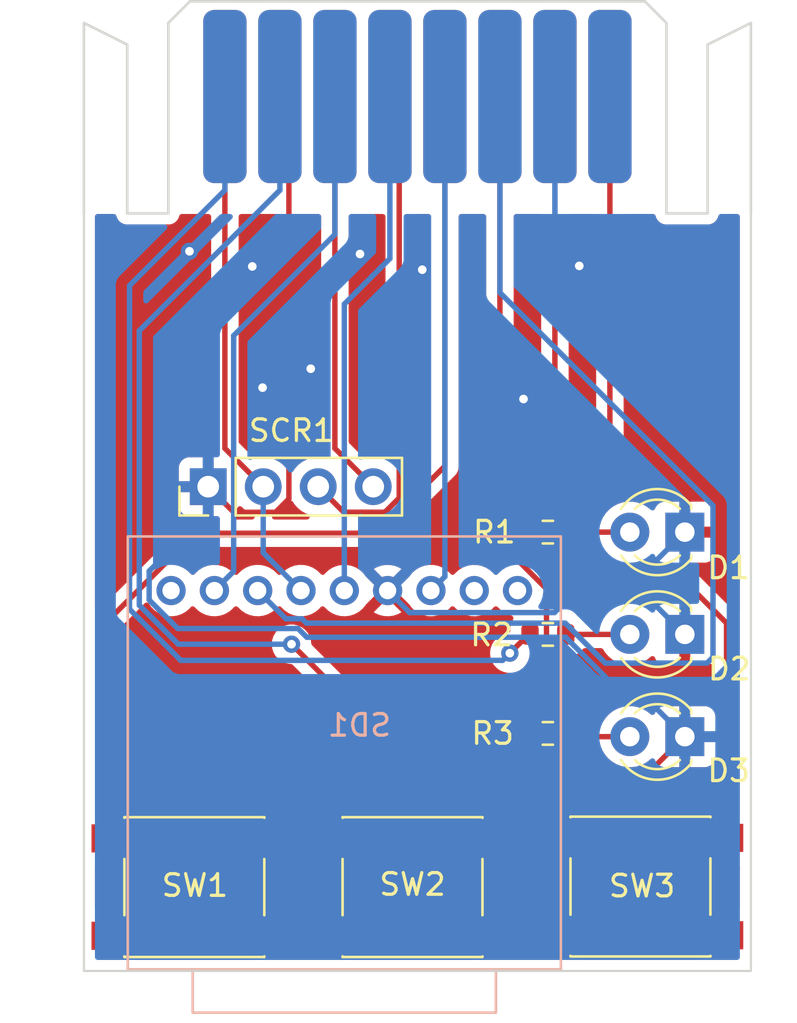
<source format=kicad_pcb>
(kicad_pcb (version 20211014) (generator pcbnew)
  (layers (0 "F.Cu" signal) (31 "B.Cu" signal) (34 "B.Paste" user) (35 "F.Paste" user) (36 "B.SilkS" user "B.Silkscreen") (37 "F.SilkS" user "F.Silkscreen") (38 "B.Mask" user) (39 "F.Mask" user) (44 "Edge.Cuts" user))
  (net 0 "")
  (net 1 "Net-(D1-Pad2)")
  (net 2 "GND")
  (net 3 "Net-(D2-Pad2)")
  (net 4 "Net-(D3-Pad2)")
  (net 5 "+3V3")
  (net 6 "/UI_LD_READ")
  (net 7 "/UI_LD_WRITE")
  (net 8 "/UI_SCR_SDA")
  (net 9 "/UI_SD_CS")
  (net 10 "/UI_SCR_SCL")
  (net 11 "/UI_SD_SCK")
  (net 12 "/UI_BTN_BACK")
  (net 13 "/UI_SD_MISO")
  (net 14 "/UI_BTN_NEXT")
  (net 15 "/UI_SD_MOSI")
  (net 16 "/UI_BTN_SELECT")
  (net 17 "/UI_LD_SELECT")
  (footprint "LED_THT:LED_D3.0mm" (layer "F.Cu") (at 155.075 88.1 180)
    (fp_text reference "D1" (at -2.025 -1.65) (layer "F.SilkS"))
    (fp_text value "LED")
    (fp_line (start -0.29 1.08) (end -0.29 1.236) (layer "F.SilkS") (width 0.12))
    (fp_line (start -0.29 -1.236) (end -0.29 -1.08) (layer "F.SilkS") (width 0.12))
    (fp_arc (start 2.942335 1.078608) (mid 1.366487 1.987659) (end -0.29 1.235516) (layer "F.SilkS") (width 0.12))
    (fp_arc (start 2.31113 1.079837) (mid 1.270117 1.5) (end 0.229039 1.08) (layer "F.SilkS") (width 0.12))
    (fp_arc (start 0.229039 -1.08) (mid 1.270117 -1.5) (end 2.31113 -1.079837) (layer "F.SilkS") (width 0.12))
    (fp_arc (start -0.29 -1.235516) (mid 1.366487 -1.987659) (end 2.942335 -1.078608) (layer "F.SilkS") (width 0.12))
    (pad "1" thru_hole rect (at 0 0 180) (size 1.8 1.8) (drill 0.9) (layers *.Cu *.Mask) (net 2 "GND"))
    (pad "2" thru_hole circle (at 2.54 0 180) (size 1.8 1.8) (drill 0.9) (layers *.Cu *.Mask) (net 1 "Net-(D1-Pad2)"))
  )
  (footprint "Resistor_SMD:R_0603_1608Metric" (layer "F.Cu") (at 148.75 92.825)
    (fp_text reference "R2" (at -2.6 0.025) (layer "F.SilkS"))
    (fp_text value "1K")
    (fp_line (start -0.237258 0.5225) (end 0.237258 0.5225) (layer "F.SilkS") (width 0.12))
    (fp_line (start -0.237258 -0.5225) (end 0.237258 -0.5225) (layer "F.SilkS") (width 0.12))
    (pad "1" smd roundrect (at -0.825 0) (size 0.8 0.95) (layers "F.Cu" "F.Paste" "F.Mask") (net 6 "/UI_LD_READ"))
    (pad "2" smd roundrect (at 0.825 0) (size 0.8 0.95) (layers "F.Cu" "F.Paste" "F.Mask") (net 3 "Net-(D2-Pad2)"))
  )
  (footprint "CartridgeComponents:Edge" (layer "F.Cu") (at 142.725 67.975)
    (fp_text reference "J1" hide)
    (fp_text value "Conn_02x08_Odd_Even" hide)
    (fp_line (start -10.5 -4.4) (end -11.5 -3.4) (layer "Edge.Cuts") (width 0.12))
    (fp_line (start -11.5 5.4) (end -13.4 5.4) (layer "Edge.Cuts") (width 0.12))
    (fp_line (start -15.4 -3.4) (end -13.4 -2.4) (layer "Edge.Cuts") (width 0.12))
    (fp_line (start -15.4 5.4) (end -15.4 -3.4) (layer "Edge.Cuts") (width 0.12))
    (fp_line (start 11.5 -3.4) (end 11.5 5.4) (layer "Edge.Cuts") (width 0.12))
    (fp_line (start -10.5 -4.4) (end 10.5 -4.4) (layer "Edge.Cuts") (width 0.12))
    (fp_line (start 10.5 -4.4) (end 11.5 -3.4) (layer "Edge.Cuts") (width 0.12))
    (fp_line (start 11.5 5.4) (end 13.4 5.4) (layer "Edge.Cuts") (width 0.12))
    (fp_line (start -11.5 -3.4) (end -11.5 5.4) (layer "Edge.Cuts") (width 0.12))
    (fp_line (start 13.4 5.4) (end 13.4 -2.4) (layer "Edge.Cuts") (width 0.12))
    (fp_line (start -13.4 5.4) (end -13.4 -2.4) (layer "Edge.Cuts") (width 0.12))
    (fp_line (start 13.4 -2.4) (end 15.4 -3.4) (layer "Edge.Cuts") (width 0.12))
    (fp_line (start 15.4 5.4) (end 15.4 -3.4) (layer "Edge.Cuts") (width 0.12))
    (pad "1" smd roundrect (at -8.89 0) (size 2 8) (layers "F.Cu" "F.Paste" "F.Mask") (net 5 "+3V3"))
    (pad "2" smd roundrect (at -8.89 0) (size 2 8) (layers "B.Cu" "B.Paste" "B.Mask") (net 6 "/UI_LD_READ"))
    (pad "3" smd roundrect (at -6.35 0) (size 2 8) (layers "F.Cu" "F.Paste" "F.Mask") (net 2 "GND"))
    (pad "4" smd roundrect (at -6.35 0) (size 2 8) (layers "B.Cu" "B.Paste" "B.Mask") (net 7 "/UI_LD_WRITE"))
    (pad "5" smd roundrect (at -3.81 0) (size 2 8) (layers "F.Cu" "F.Paste" "F.Mask") (net 8 "/UI_SCR_SDA"))
    (pad "6" smd roundrect (at -3.81 0) (size 2 8) (layers "B.Cu" "B.Paste" "B.Mask") (net 9 "/UI_SD_CS"))
    (pad "7" smd roundrect (at -1.27 0) (size 2 8) (layers "F.Cu" "F.Paste" "F.Mask") (net 10 "/UI_SCR_SCL"))
    (pad "8" smd roundrect (at -1.27 0) (size 2 8) (layers "B.Cu" "B.Paste" "B.Mask") (net 11 "/UI_SD_SCK"))
    (pad "9" smd roundrect (at 1.27 0) (size 2 8) (layers "F.Cu" "F.Paste" "F.Mask") (net 12 "/UI_BTN_BACK"))
    (pad "10" smd roundrect (at 1.27 0) (size 2 8) (layers "B.Cu" "B.Paste" "B.Mask") (net 13 "/UI_SD_MISO"))
    (pad "11" smd roundrect (at 3.81 0) (size 2 8) (layers "F.Cu" "F.Paste" "F.Mask") (net 14 "/UI_BTN_NEXT"))
    (pad "12" smd roundrect (at 3.81 0) (size 2 8) (layers "B.Cu" "B.Paste" "B.Mask") (net 15 "/UI_SD_MOSI"))
    (pad "13" smd roundrect (at 6.35 0) (size 2 8) (layers "F.Cu" "F.Paste" "F.Mask") (net 16 "/UI_BTN_SELECT"))
    (pad "14" smd roundrect (at 6.35 0) (size 2 8) (layers "B.Cu" "B.Paste" "B.Mask") (net 2 "GND"))
    (pad "15" smd roundrect (at 8.89 0) (size 2 8) (layers "F.Cu" "F.Paste" "F.Mask") (net 17 "/UI_LD_SELECT"))
    (pad "16" smd roundrect (at 8.89 0) (size 2 8) (layers "B.Cu" "B.Paste" "B.Mask"))
  )
  (footprint "Button_Switch_SMD:SW_Push_1P1T_NO_6x6mm_H9.5mm" (layer "F.Cu") (at 132.425 104.5)
    (fp_text reference "SW1" (at 0.025 -0.075) (layer "F.SilkS"))
    (fp_text value "SW_Push" hide)
    (fp_line (start 3.23 3.23) (end 3.23 3.2) (layer "F.SilkS") (width 0.12))
    (fp_line (start -3.23 -1.3) (end -3.23 1.3) (layer "F.SilkS") (width 0.12))
    (fp_line (start -3.23 3.23) (end -3.23 3.2) (layer "F.SilkS") (width 0.12))
    (fp_line (start -3.23 -3.23) (end 3.23 -3.23) (layer "F.SilkS") (width 0.12))
    (fp_line (start -3.23 3.23) (end 3.23 3.23) (layer "F.SilkS") (width 0.12))
    (fp_line (start -3.23 -3.2) (end -3.23 -3.23) (layer "F.SilkS") (width 0.12))
    (fp_line (start 3.23 -1.3) (end 3.23 1.3) (layer "F.SilkS") (width 0.12))
    (fp_line (start 3.23 -3.23) (end 3.23 -3.2) (layer "F.SilkS") (width 0.12))
    (pad "1" smd rect (at 3.975 -2.25) (size 1.55 1.3) (layers "F.Cu" "F.Paste" "F.Mask") (net 12 "/UI_BTN_BACK"))
    (pad "1" smd rect (at -3.975 -2.25) (size 1.55 1.3) (layers "F.Cu" "F.Paste" "F.Mask") (net 12 "/UI_BTN_BACK"))
    (pad "2" smd rect (at 3.975 2.25) (size 1.55 1.3) (layers "F.Cu" "F.Paste" "F.Mask") (net 2 "GND"))
    (pad "2" smd rect (at -3.975 2.25) (size 1.55 1.3) (layers "F.Cu" "F.Paste" "F.Mask") (net 2 "GND"))
  )
  (footprint "LED_THT:LED_D3.0mm" (layer "F.Cu") (at 155.075 97.55 180)
    (fp_text reference "D3" (at -2.025 -1.575) (layer "F.SilkS"))
    (fp_text value "LED")
    (fp_line (start -0.29 -1.236) (end -0.29 -1.08) (layer "F.SilkS") (width 0.12))
    (fp_line (start -0.29 1.08) (end -0.29 1.236) (layer "F.SilkS") (width 0.12))
    (fp_arc (start -0.29 -1.235516) (mid 1.366487 -1.987659) (end 2.942335 -1.078608) (layer "F.SilkS") (width 0.12))
    (fp_arc (start 2.942335 1.078608) (mid 1.366487 1.987659) (end -0.29 1.235516) (layer "F.SilkS") (width 0.12))
    (fp_arc (start 0.229039 -1.08) (mid 1.270117 -1.5) (end 2.31113 -1.079837) (layer "F.SilkS") (width 0.12))
    (fp_arc (start 2.31113 1.079837) (mid 1.270117 1.5) (end 0.229039 1.08) (layer "F.SilkS") (width 0.12))
    (pad "1" thru_hole rect (at 0 0 180) (size 1.8 1.8) (drill 0.9) (layers *.Cu *.Mask) (net 2 "GND"))
    (pad "2" thru_hole circle (at 2.54 0 180) (size 1.8 1.8) (drill 0.9) (layers *.Cu *.Mask) (net 4 "Net-(D3-Pad2)"))
  )
  (footprint "Button_Switch_SMD:SW_Push_1P1T_NO_6x6mm_H9.5mm" (layer "F.Cu") (at 142.5 104.5)
    (fp_text reference "SW2" (at 0 -0.125) (layer "F.SilkS"))
    (fp_text value "SW_Push" hide)
    (fp_line (start -3.23 3.23) (end -3.23 3.2) (layer "F.SilkS") (width 0.12))
    (fp_line (start 3.23 3.23) (end 3.23 3.2) (layer "F.SilkS") (width 0.12))
    (fp_line (start -3.23 -3.23) (end 3.23 -3.23) (layer "F.SilkS") (width 0.12))
    (fp_line (start -3.23 -1.3) (end -3.23 1.3) (layer "F.SilkS") (width 0.12))
    (fp_line (start -3.23 3.23) (end 3.23 3.23) (layer "F.SilkS") (width 0.12))
    (fp_line (start 3.23 -1.3) (end 3.23 1.3) (layer "F.SilkS") (width 0.12))
    (fp_line (start -3.23 -3.2) (end -3.23 -3.23) (layer "F.SilkS") (width 0.12))
    (fp_line (start 3.23 -3.23) (end 3.23 -3.2) (layer "F.SilkS") (width 0.12))
    (pad "1" smd rect (at 3.975 -2.25) (size 1.55 1.3) (layers "F.Cu" "F.Paste" "F.Mask") (net 14 "/UI_BTN_NEXT"))
    (pad "1" smd rect (at -3.975 -2.25) (size 1.55 1.3) (layers "F.Cu" "F.Paste" "F.Mask") (net 14 "/UI_BTN_NEXT"))
    (pad "2" smd rect (at 3.975 2.25) (size 1.55 1.3) (layers "F.Cu" "F.Paste" "F.Mask") (net 2 "GND"))
    (pad "2" smd rect (at -3.975 2.25) (size 1.55 1.3) (layers "F.Cu" "F.Paste" "F.Mask") (net 2 "GND"))
  )
  (footprint "CartridgeComponents:Screen" (layer "F.Cu") (at 136.875 86)
    (fp_text reference "SCR1" (at 0.0254 -2.5908 unlocked) (layer "F.SilkS"))
    (fp_text value "Screen")
    (fp_line (start 5.14 1.33) (end 5.14 -1.33) (layer "F.SilkS") (width 0.12))
    (fp_line (start -2.54 1.33) (end -2.54 -1.33) (layer "F.SilkS") (width 0.12))
    (fp_line (start -3.81 1.33) (end -5.14 1.33) (layer "F.SilkS") (width 0.12))
    (fp_line (start -2.54 -1.33) (end 5.14 -1.33) (layer "F.SilkS") (width 0.12))
    (fp_line (start -2.54 1.33) (end 5.14 1.33) (layer "F.SilkS") (width 0.12))
    (fp_line (start -5.14 1.33) (end -5.14 0) (layer "F.SilkS") (width 0.12))
    (pad "1" thru_hole rect (at -3.81 0 90) (size 1.7 1.7) (drill 1) (layers *.Cu *.Mask) (net 2 "GND"))
    (pad "2" thru_hole oval (at -1.27 0 90) (size 1.7 1.7) (drill 1) (layers *.Cu *.Mask) (net 5 "+3V3"))
    (pad "3" thru_hole oval (at 1.27 0 90) (size 1.7 1.7) (drill 1) (layers *.Cu *.Mask) (net 10 "/UI_SCR_SCL"))
    (pad "4" thru_hole oval (at 3.81 0 90) (size 1.7 1.7) (drill 1) (layers *.Cu *.Mask) (net 8 "/UI_SCR_SDA"))
  )
  (footprint "Resistor_SMD:R_0603_1608Metric" (layer "F.Cu") (at 148.75 97.4)
    (fp_text reference "R3" (at -2.55 0) (layer "F.SilkS"))
    (fp_text value "1K")
    (fp_line (start -0.237258 -0.5225) (end 0.237258 -0.5225) (layer "F.SilkS") (width 0.12))
    (fp_line (start -0.237258 0.5225) (end 0.237258 0.5225) (layer "F.SilkS") (width 0.12))
    (pad "1" smd roundrect (at -0.825 0) (size 0.8 0.95) (layers "F.Cu" "F.Paste" "F.Mask") (net 7 "/UI_LD_WRITE"))
    (pad "2" smd roundrect (at 0.825 0) (size 0.8 0.95) (layers "F.Cu" "F.Paste" "F.Mask") (net 4 "Net-(D3-Pad2)"))
  )
  (footprint "Button_Switch_SMD:SW_Push_1P1T_NO_6x6mm_H9.5mm" (layer "F.Cu") (at 153.025 104.475)
    (fp_text reference "SW3" (at 0.075 -0.025) (layer "F.SilkS"))
    (fp_text value "SW_Push" hide)
    (fp_line (start -3.23 3.23) (end -3.23 3.2) (layer "F.SilkS") (width 0.12))
    (fp_line (start 3.23 3.23) (end 3.23 3.2) (layer "F.SilkS") (width 0.12))
    (fp_line (start 3.23 -1.3) (end 3.23 1.3) (layer "F.SilkS") (width 0.12))
    (fp_line (start -3.23 3.23) (end 3.23 3.23) (layer "F.SilkS") (width 0.12))
    (fp_line (start -3.23 -3.2) (end -3.23 -3.23) (layer "F.SilkS") (width 0.12))
    (fp_line (start -3.23 -1.3) (end -3.23 1.3) (layer "F.SilkS") (width 0.12))
    (fp_line (start 3.23 -3.23) (end 3.23 -3.2) (layer "F.SilkS") (width 0.12))
    (fp_line (start -3.23 -3.23) (end 3.23 -3.23) (layer "F.SilkS") (width 0.12))
    (pad "1" smd rect (at 3.975 -2.25) (size 1.55 1.3) (layers "F.Cu" "F.Paste" "F.Mask") (net 16 "/UI_BTN_SELECT"))
    (pad "1" smd rect (at -3.975 -2.25) (size 1.55 1.3) (layers "F.Cu" "F.Paste" "F.Mask") (net 16 "/UI_BTN_SELECT"))
    (pad "2" smd rect (at 3.975 2.25) (size 1.55 1.3) (layers "F.Cu" "F.Paste" "F.Mask") (net 2 "GND"))
    (pad "2" smd rect (at -3.975 2.25) (size 1.55 1.3) (layers "F.Cu" "F.Paste" "F.Mask") (net 2 "GND"))
  )
  (footprint "Resistor_SMD:R_0603_1608Metric" (layer "F.Cu") (at 148.75 88.1)
    (fp_text reference "R1" (at -2.475 0) (layer "F.SilkS"))
    (fp_text value "1K")
    (fp_line (start -0.237258 -0.5225) (end 0.237258 -0.5225) (layer "F.SilkS") (width 0.12))
    (fp_line (start -0.237258 0.5225) (end 0.237258 0.5225) (layer "F.SilkS") (width 0.12))
    (pad "1" smd roundrect (at -0.825 0) (size 0.8 0.95) (layers "F.Cu" "F.Paste" "F.Mask") (net 17 "/UI_LD_SELECT"))
    (pad "2" smd roundrect (at 0.825 0) (size 0.8 0.95) (layers "F.Cu" "F.Paste" "F.Mask") (net 1 "Net-(D1-Pad2)"))
  )
  (footprint "LED_THT:LED_D3.0mm" (layer "F.Cu") (at 155.075 92.825 180)
    (fp_text reference "D2" (at -2.05 -1.6) (layer "F.SilkS"))
    (fp_text value "LED")
    (fp_line (start -0.29 1.08) (end -0.29 1.236) (layer "F.SilkS") (width 0.12))
    (fp_line (start -0.29 -1.236) (end -0.29 -1.08) (layer "F.SilkS") (width 0.12))
    (fp_arc (start 0.229039 -1.08) (mid 1.270117 -1.5) (end 2.31113 -1.079837) (layer "F.SilkS") (width 0.12))
    (fp_arc (start 2.942335 1.078608) (mid 1.366487 1.987659) (end -0.29 1.235516) (layer "F.SilkS") (width 0.12))
    (fp_arc (start 2.31113 1.079837) (mid 1.270117 1.5) (end 0.229039 1.08) (layer "F.SilkS") (width 0.12))
    (fp_arc (start -0.29 -1.235516) (mid 1.366487 -1.987659) (end 2.942335 -1.078608) (layer "F.SilkS") (width 0.12))
    (pad "1" thru_hole rect (at 0 0 180) (size 1.8 1.8) (drill 0.9) (layers *.Cu *.Mask) (net 2 "GND"))
    (pad "2" thru_hole circle (at 2.54 0 180) (size 1.8 1.8) (drill 0.9) (layers *.Cu *.Mask) (net 3 "Net-(D2-Pad2)"))
  )
  (footprint "CartridgeComponents:SDCard" (layer "B.Cu") (at 139.35 90.8 180)
    (fp_text reference "SD1" (at -0.7 -6.225 unlocked) (layer "B.SilkS") (effects (justify mirror)))
    (fp_text value "SDCard")
    (fp_line (start -7 -19.5) (end -7 -17.5) (layer "B.SilkS") (width 0.12))
    (fp_line (start 7 -19.5) (end -7 -19.5) (layer "B.SilkS") (width 0.12))
    (fp_line (start -10 2.5) (end -10 -17.5) (layer "B.SilkS") (width 0.12))
    (fp_line (start 7 -19.5) (end 7 -17.5) (layer "B.SilkS") (width 0.12))
    (fp_line (start 10 2.5) (end 10 -17.5) (layer "B.SilkS") (width 0.12))
    (fp_line (start -10 2.5) (end 10 2.5) (layer "B.SilkS") (width 0.12))
    (fp_line (start -10 -17.5) (end 10 -17.5) (layer "B.SilkS") (width 0.12))
    (pad "1" thru_hole circle (at -8 0 180) (size 1.35 1.35) (drill 0.8) (layers *.Cu *.Mask))
    (pad "2" thru_hole circle (at -6 0 180) (size 1.35 1.35) (drill 0.8) (layers *.Cu *.Mask))
    (pad "3" thru_hole circle (at -4 0 180) (size 1.35 1.35) (drill 0.8) (layers *.Cu *.Mask) (net 13 "/UI_SD_MISO"))
    (pad "4" thru_hole circle (at -2 0 180) (size 1.35 1.35) (drill 0.8) (layers *.Cu *.Mask) (net 2 "GND"))
    (pad "5" thru_hole circle (at 0 0 180) (size 1.35 1.35) (drill 0.8) (layers *.Cu *.Mask) (net 11 "/UI_SD_SCK"))
    (pad "6" thru_hole circle (at 2 0 180) (size 1.35 1.35) (drill 0.8) (layers *.Cu *.Mask) (net 5 "+3V3"))
    (pad "7" thru_hole circle (at 4 0 180) (size 1.35 1.35) (drill 0.8) (layers *.Cu *.Mask) (net 15 "/UI_SD_MOSI"))
    (pad "8" thru_hole circle (at 6 0 180) (size 1.35 1.35) (drill 0.8) (layers *.Cu *.Mask) (net 9 "/UI_SD_CS"))
    (pad "9" thru_hole circle (at 8 0 180) (size 1.35 1.35) (drill 0.8) (layers *.Cu *.Mask))
  )
  (gr_line (start 127.325 73.375) (end 127.325 108.375) (layer "Edge.Cuts") (width 0.1))
  (gr_line (start 158.125 108.375) (end 127.325 108.375) (layer "Edge.Cuts") (width 0.1))
  (gr_line (start 158.125 73.375) (end 158.125 108.375) (layer "Edge.Cuts") (width 0.1))
  (segment (start 152.535 88.1) (end 149.575 88.1) (width 0.25) (layer "F.Cu") (net 1))
  (segment (start 136.7908 68.3908) (end 136.7908 86.5653) (width 0.25) (layer "F.Cu") (net 2))
  (segment (start 148.5 106.725) (end 147.9499 106.725) (width 0.25) (layer "F.Cu") (net 2))
  (segment (start 146.475 106.75) (end 147.9249 106.75) (width 0.25) (layer "F.Cu") (net 2))
  (segment (start 136.1727 87.1834) (end 134.2484 87.1834) (width 0.25) (layer "F.Cu") (net 2))
  (segment (start 155.065 97.55) (end 152.7023 99.9127) (width 0.25) (layer "F.Cu") (net 2))
  (segment (start 152.7023 99.9127) (end 149.3893 99.9127) (width 0.25) (layer "F.Cu") (net 2))
  (segment (start 128.45 106.75) (end 136.4 106.75) (width 0.25) (layer "F.Cu") (net 2))
  (segment (start 138.525 106.75) (end 146.475 106.75) (width 0.25) (layer "F.Cu") (net 2))
  (segment (start 136.7908 86.5653) (end 136.1727 87.1834) (width 0.25) (layer "F.Cu") (net 2))
  (segment (start 136.375 67.975) (end 136.7908 68.3908) (width 0.25) (layer "F.Cu") (net 2))
  (segment (start 134.2484 87.1834) (end 133.065 86) (width 0.25) (layer "F.Cu") (net 2))
  (segment (start 147.9499 101.3521) (end 147.9499 106.725) (width 0.25) (layer "F.Cu") (net 2))
  (segment (start 155.065 92.825) (end 155.065 97.55) (width 0.25) (layer "F.Cu") (net 2))
  (segment (start 147.9249 106.75) (end 147.9499 106.725) (width 0.25) (layer "F.Cu") (net 2))
  (segment (start 148.5 106.725) (end 149.05 106.725) (width 0.25) (layer "F.Cu") (net 2))
  (segment (start 136.4 106.75) (end 138.525 106.75) (width 0.25) (layer "F.Cu") (net 2))
  (segment (start 149.05 106.725) (end 157 106.725) (width 0.25) (layer "F.Cu") (net 2))
  (segment (start 149.3893 99.9127) (end 147.9499 101.3521) (width 0.25) (layer "F.Cu") (net 2))
  (via (at 140.075 75.25) (size 0.8) (drill 0.4) (layers "F.Cu" "B.Cu") (net 2))
  (via (at 142.95 75.975) (size 0.8) (drill 0.4) (layers "F.Cu" "B.Cu") (net 2))
  (via (at 135.575 81.425) (size 0.8) (drill 0.4) (layers "F.Cu" "B.Cu") (net 2))
  (via (at 137.8 80.55) (size 0.8) (drill 0.4) (layers "F.Cu" "B.Cu") (net 2))
  (via (at 132.2 75.125) (size 0.8) (drill 0.4) (layers "F.Cu" "B.Cu") (net 2))
  (via (at 135.1 75.825) (size 0.8) (drill 0.4) (layers "F.Cu" "B.Cu") (net 2))
  (via (at 147.625 81.95) (size 0.8) (drill 0.4) (layers "F.Cu" "B.Cu") (net 2))
  (via (at 150.2 75.8) (size 0.8) (drill 0.4) (layers "F.Cu" "B.Cu") (net 2))
  (segment (start 155.065 88.1) (end 152.7025 90.4625) (width 0.25) (layer "B.Cu") (net 2))
  (segment (start 137.6163 92.9565) (end 137.2129 92.5531) (width 0.25) (layer "B.Cu") (net 2))
  (segment (start 155.065 97.55) (end 152.6019 95.0869) (width 0.25) (layer "B.Cu") (net 2))
  (segment (start 130.338 89.9021) (end 133.065 87.1751) (width 0.25) (layer "B.Cu") (net 2))
  (segment (start 149.5695 92.9565) (end 137.6163 92.9565) (width 0.25) (layer "B.Cu") (net 2))
  (segment (start 149.075 74.675) (end 150.2 75.8) (width 0.25) (layer "B.Cu") (net 2))
  (segment (start 133.065 86) (end 133.065 87.1751) (width 0.25) (layer "B.Cu") (net 2))
  (segment (start 130.338 91.2336) (end 130.338 89.9021) (width 0.25) (layer "B.Cu") (net 2))
  (segment (start 152.7025 90.4625) (end 155.065 92.825) (width 0.25) (layer "B.Cu") (net 2))
  (segment (start 137.2129 92.5531) (end 131.6575 92.5531) (width 0.25) (layer "B.Cu") (net 2))
  (segment (start 131.6575 92.5531) (end 130.338 91.2336) (width 0.25) (layer "B.Cu") (net 2))
  (segment (start 149.0545 91.8172) (end 142.3672 91.8172) (width 0.25) (layer "B.Cu") (net 2))
  (segment (start 151.6999 95.0869) (end 149.5695 92.9565) (width 0.25) (layer "B.Cu") (net 2))
  (segment (start 155.075 88.1) (end 155.065 88.1) (width 0.25) (layer "B.Cu") (net 2))
  (segment (start 149.075 67.975) (end 149.075 74.675) (width 0.25) (layer "B.Cu") (net 2))
  (segment (start 150.4092 90.4625) (end 149.0545 91.8172) (width 0.25) (layer "B.Cu") (net 2))
  (segment (start 152.6019 95.0869) (end 151.6999 95.0869) (width 0.25) (layer "B.Cu") (net 2))
  (segment (start 142.3672 91.8172) (end 141.35 90.8) (width 0.25) (layer "B.Cu") (net 2))
  (segment (start 152.7025 90.4625) (end 150.4092 90.4625) (width 0.25) (layer "B.Cu") (net 2))
  (segment (start 152.525 92.825) (end 149.575 92.825) (width 0.25) (layer "F.Cu") (net 3))
  (segment (start 149.725 97.55) (end 149.575 97.4) (width 0.25) (layer "F.Cu") (net 4))
  (segment (start 152.525 97.55) (end 149.725 97.55) (width 0.25) (layer "F.Cu") (net 4))
  (segment (start 133.835 67.975) (end 133.835 84.23) (width 0.25) (layer "F.Cu") (net 5))
  (segment (start 133.835 84.23) (end 135.605 86) (width 0.25) (layer "F.Cu") (net 5))
  (segment (start 135.605 86) (end 135.605 89.055) (width 0.25) (layer "B.Cu") (net 5))
  (segment (start 135.605 89.055) (end 137.35 90.8) (width 0.25) (layer "B.Cu") (net 5))
  (segment (start 147.8609 92.825) (end 147.925 92.825) (width 0.25) (layer "F.Cu") (net 6))
  (segment (start 146.9943 93.6916) (end 147.8609 92.825) (width 0.25) (layer "F.Cu") (net 6))
  (via (at 146.9943 93.6916) (size 0.8) (drill 0.4) (layers "F.Cu" "B.Cu") (net 6))
  (segment (start 129.4319 76.7084) (end 129.4319 91.6603) (width 0.25) (layer "B.Cu") (net 6))
  (segment (start 133.835 67.975) (end 133.835 72.3053) (width 0.25) (layer "B.Cu") (net 6))
  (segment (start 133.835 72.3053) (end 129.4319 76.7084) (width 0.25) (layer "B.Cu") (net 6))
  (segment (start 146.6614 94.0245) (end 146.9943 93.6916) (width 0.25) (layer "B.Cu") (net 6))
  (segment (start 131.7961 94.0245) (end 146.6614 94.0245) (width 0.25) (layer "B.Cu") (net 6))
  (segment (start 129.4319 91.6603) (end 131.7961 94.0245) (width 0.25) (layer "B.Cu") (net 6))
  (segment (start 141.0343 97.4) (end 147.925 97.4) (width 0.25) (layer "F.Cu") (net 7))
  (segment (start 136.9125 93.2782) (end 141.0343 97.4) (width 0.25) (layer "F.Cu") (net 7))
  (via (at 136.9125 93.2782) (size 0.8) (drill 0.4) (layers "F.Cu" "B.Cu") (net 7))
  (segment (start 129.882 78.7951) (end 129.882 91.4738) (width 0.25) (layer "B.Cu") (net 7))
  (segment (start 136.375 67.975) (end 136.375 72.3021) (width 0.25) (layer "B.Cu") (net 7))
  (segment (start 131.6864 93.2782) (end 136.9125 93.2782) (width 0.25) (layer "B.Cu") (net 7))
  (segment (start 136.375 72.3021) (end 129.882 78.7951) (width 0.25) (layer "B.Cu") (net 7))
  (segment (start 129.882 91.4738) (end 131.6864 93.2782) (width 0.25) (layer "B.Cu") (net 7))
  (segment (start 138.915 84.23) (end 140.685 86) (width 0.25) (layer "F.Cu") (net 8))
  (segment (start 138.915 67.975) (end 138.915 84.23) (width 0.25) (layer "F.Cu") (net 8))
  (segment (start 138.915 67.975) (end 138.915 74.3476) (width 0.25) (layer "B.Cu") (net 9))
  (segment (start 134.2402 89.9098) (end 133.35 90.8) (width 0.25) (layer "B.Cu") (net 9))
  (segment (start 138.915 74.3476) (end 134.2402 79.0224) (width 0.25) (layer "B.Cu") (net 9))
  (segment (start 134.2402 79.0224) (end 134.2402 89.9098) (width 0.25) (layer "B.Cu") (net 9))
  (segment (start 141.2267 87.1797) (end 139.3247 87.1797) (width 0.25) (layer "F.Cu") (net 10))
  (segment (start 141.885 86.5214) (end 141.2267 87.1797) (width 0.25) (layer "F.Cu") (net 10))
  (segment (start 139.3247 87.1797) (end 138.145 86) (width 0.25) (layer "F.Cu") (net 10))
  (segment (start 141.885 68.405) (end 141.885 86.5214) (width 0.25) (layer "F.Cu") (net 10))
  (segment (start 141.455 67.975) (end 141.885 68.405) (width 0.25) (layer "F.Cu") (net 10))
  (segment (start 141.455 75.4604) (end 139.35 77.5654) (width 0.25) (layer "B.Cu") (net 11))
  (segment (start 141.455 67.975) (end 141.455 75.4604) (width 0.25) (layer "B.Cu") (net 11))
  (segment (start 139.35 77.5654) (end 139.35 90.8) (width 0.25) (layer "B.Cu") (net 11))
  (segment (start 140.8916 88.1515) (end 132.4702 88.1515) (width 0.25) (layer "F.Cu") (net 12))
  (segment (start 143.995 67.975) (end 143.995 85.0481) (width 0.25) (layer "F.Cu") (net 12))
  (segment (start 128.475 92.1467) (end 128.475 102.225) (width 0.25) (layer "F.Cu") (net 12))
  (segment (start 130.2946 102.25) (end 136.4 102.25) (width 0.25) (layer "F.Cu") (net 12))
  (segment (start 143.995 85.0481) (end 140.8916 88.1515) (width 0.25) (layer "F.Cu") (net 12))
  (segment (start 132.4702 88.1515) (end 128.475 92.1467) (width 0.25) (layer "F.Cu") (net 12))
  (segment (start 128.45 102.25) (end 130.2946 102.25) (width 0.25) (layer "F.Cu") (net 12))
  (segment (start 128.475 102.225) (end 128.45 102.25) (width 0.25) (layer "F.Cu") (net 12))
  (segment (start 143.995 67.975) (end 143.995 90.155) (width 0.25) (layer "B.Cu") (net 13))
  (segment (start 143.995 90.155) (end 143.35 90.8) (width 0.25) (layer "B.Cu") (net 13))
  (segment (start 148.6859 99.064) (end 146.475 101.2749) (width 0.25) (layer "F.Cu") (net 14))
  (segment (start 138.525 102.25) (end 139.6251 102.25) (width 0.25) (layer "F.Cu") (net 14))
  (segment (start 146.535 67.975) (end 146.535 88.5704) (width 0.25) (layer "F.Cu") (net 14))
  (segment (start 146.475 102.25) (end 139.6251 102.25) (width 0.25) (layer "F.Cu") (net 14))
  (segment (start 146.475 102.25) (end 146.475 101.2749) (width 0.25) (layer "F.Cu") (net 14))
  (segment (start 148.6859 90.7213) (end 148.6859 99.064) (width 0.25) (layer "F.Cu") (net 14))
  (segment (start 146.535 88.5704) (end 148.6859 90.7213) (width 0.25) (layer "F.Cu") (net 14))
  (segment (start 156.375 93.875) (end 156.375 86.8741) (width 0.25) (layer "B.Cu") (net 15))
  (segment (start 136.653 92.103) (end 137.3994 92.103) (width 0.25) (layer "B.Cu") (net 15))
  (segment (start 137.3994 92.103) (end 137.6003 92.3039) (width 0.25) (layer "B.Cu") (net 15))
  (segment (start 151.3996 94.15) (end 156.1 94.15) (width 0.25) (layer "B.Cu") (net 15))
  (segment (start 156.1 94.15) (end 156.375 93.875) (width 0.25) (layer "B.Cu") (net 15))
  (segment (start 156.375 86.8741) (end 146.535 77.0341) (width 0.25) (layer "B.Cu") (net 15))
  (segment (start 149.5535 92.3039) (end 151.3996 94.15) (width 0.25) (layer "B.Cu") (net 15))
  (segment (start 137.6003 92.3039) (end 149.5535 92.3039) (width 0.25) (layer "B.Cu") (net 15))
  (segment (start 135.35 90.8) (end 136.653 92.103) (width 0.25) (layer "B.Cu") (net 15))
  (segment (start 146.535 77.0341) (end 146.535 67.975) (width 0.25) (layer "B.Cu") (net 15))
  (segment (start 149.075 85.6482) (end 149.075 67.975) (width 0.25) (layer "F.Cu") (net 16))
  (segment (start 157 102.225) (end 157 92.300978) (width 0.25) (layer "F.Cu") (net 16))
  (segment (start 147.199 88.5953) (end 147.199 87.5242) (width 0.25) (layer "F.Cu") (net 16))
  (segment (start 148.7998 90.1961) (end 147.199 88.5953) (width 0.25) (layer "F.Cu") (net 16))
  (segment (start 157 92.300978) (end 154.895122 90.1961) (width 0.25) (layer "F.Cu") (net 16))
  (segment (start 156.3206 102.225) (end 157 102.225) (width 0.25) (layer "F.Cu") (net 16))
  (segment (start 147.199 87.5242) (end 149.075 85.6482) (width 0.25) (layer "F.Cu") (net 16))
  (segment (start 154.895122 90.1961) (end 148.7998 90.1961) (width 0.25) (layer "F.Cu") (net 16))
  (segment (start 149.05 102.225) (end 156.3206 102.225) (width 0.25) (layer "F.Cu") (net 16))
  (segment (start 151.615 84.41) (end 147.925 88.1) (width 0.25) (layer "F.Cu") (net 17))
  (segment (start 151.615 67.975) (end 151.615 84.41) (width 0.25) (layer "F.Cu") (net 17))
  (zone (net 2) (net_name "GND") (layers F&B.Cu) (connect_pads (clearance 0.508)) (min_thickness 0.254) (fill yes (thermal_gap 0.508) (thermal_bridge_width 0.508))
    (polygon (pts (xy 160.275 110.8) (xy 123.45 110.8) (xy 123.45 73.4) (xy 160.275 73.4)))
  )
)
</source>
